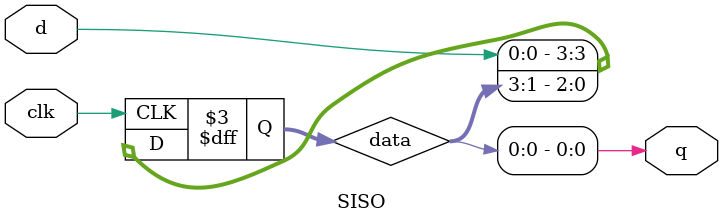
<source format=v>
`timescale 1ns / 1ps


module SISO(
    input clk,
    input d,
    output q
    );
    reg [3:0] data;
    
    assign q = data[0];
    
    initial 
    begin
        data = 4'b0000;
    end
    
    always @ (posedge clk)
    begin
        data = {d , data[3:1]};
    end
endmodule

</source>
